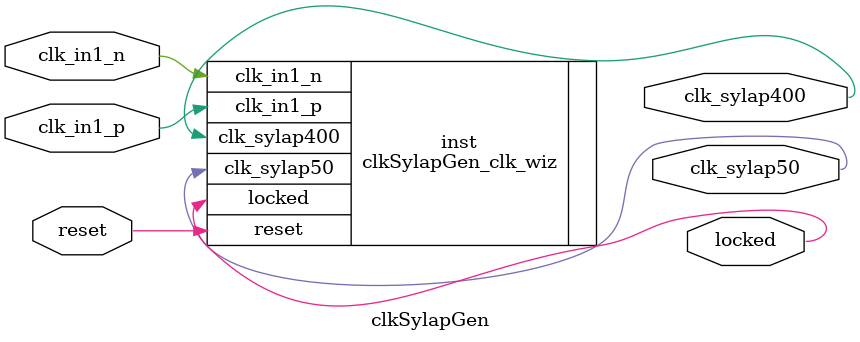
<source format=v>


`timescale 1ps/1ps

(* CORE_GENERATION_INFO = "clkSylapGen,clk_wiz_v5_4_3_0,{component_name=clkSylapGen,use_phase_alignment=true,use_min_o_jitter=false,use_max_i_jitter=false,use_dyn_phase_shift=false,use_inclk_switchover=false,use_dyn_reconfig=false,enable_axi=0,feedback_source=FDBK_AUTO,PRIMITIVE=MMCM,num_out_clk=2,clkin1_period=6.400,clkin2_period=10.000,use_power_down=false,use_reset=true,use_locked=true,use_inclk_stopped=false,feedback_type=SINGLE,CLOCK_MGR_TYPE=NA,manual_override=false}" *)

module clkSylapGen 
 (
  // Clock out ports
  output        clk_sylap400,
  output        clk_sylap50,
  // Status and control signals
  input         reset,
  output        locked,
 // Clock in ports
  input         clk_in1_p,
  input         clk_in1_n
 );

  clkSylapGen_clk_wiz inst
  (
  // Clock out ports  
  .clk_sylap400(clk_sylap400),
  .clk_sylap50(clk_sylap50),
  // Status and control signals               
  .reset(reset), 
  .locked(locked),
 // Clock in ports
  .clk_in1_p(clk_in1_p),
  .clk_in1_n(clk_in1_n)
  );

endmodule

</source>
